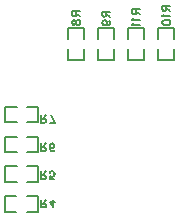
<source format=gbo>
G04 Layer: BottomSilkscreenLayer*
G04 EasyEDA Pro v2.2.27.1, 2024-09-16 12:01:29*
G04 Gerber Generator version 0.3*
G04 Scale: 100 percent, Rotated: No, Reflected: No*
G04 Dimensions in millimeters*
G04 Leading zeros omitted, absolute positions, 3 integers and 5 decimals*
%FSLAX35Y35*%
%MOMM*%
%ADD10C,0.1524*%
G75*


G04 Text Start*
G54D10*
G01X3061970Y-2163155D02*
G01X3061970Y-2098131D01*
G01X3061970Y-2163155D02*
G01X3089910Y-2163155D01*
G01X3099054Y-2160107D01*
G01X3102102Y-2157059D01*
G01X3105404Y-2150709D01*
G01X3105404Y-2144613D01*
G01X3102102Y-2138517D01*
G01X3099054Y-2135469D01*
G01X3089910Y-2132167D01*
G01X3061970Y-2132167D01*
G01X3083560Y-2132167D02*
G01X3105404Y-2098131D01*
G01X3166364Y-2163155D02*
G01X3135630Y-2119975D01*
G01X3181858Y-2119975D01*
G01X3166364Y-2163155D02*
G01X3166364Y-2098131D01*
G01X3061970Y-1924365D02*
G01X3061970Y-1859341D01*
G01X3061970Y-1924365D02*
G01X3089910Y-1924365D01*
G01X3099054Y-1921317D01*
G01X3102102Y-1918269D01*
G01X3105404Y-1911919D01*
G01X3105404Y-1905823D01*
G01X3102102Y-1899727D01*
G01X3099054Y-1896679D01*
G01X3089910Y-1893377D01*
G01X3061970Y-1893377D01*
G01X3083560Y-1893377D02*
G01X3105404Y-1859341D01*
G01X3172714Y-1924365D02*
G01X3141726Y-1924365D01*
G01X3138678Y-1896679D01*
G01X3141726Y-1899727D01*
G01X3150870Y-1902775D01*
G01X3160268Y-1902775D01*
G01X3169666Y-1899727D01*
G01X3175762Y-1893377D01*
G01X3178810Y-1884233D01*
G01X3178810Y-1877883D01*
G01X3175762Y-1868739D01*
G01X3169666Y-1862389D01*
G01X3160268Y-1859341D01*
G01X3150870Y-1859341D01*
G01X3141726Y-1862389D01*
G01X3138678Y-1865691D01*
G01X3135630Y-1871787D01*
G01X3061970Y-1685574D02*
G01X3061970Y-1620550D01*
G01X3061970Y-1685574D02*
G01X3089910Y-1685574D01*
G01X3099054Y-1682526D01*
G01X3102102Y-1679478D01*
G01X3105404Y-1673128D01*
G01X3105404Y-1667032D01*
G01X3102102Y-1660936D01*
G01X3099054Y-1657888D01*
G01X3089910Y-1654586D01*
G01X3061970Y-1654586D01*
G01X3083560Y-1654586D02*
G01X3105404Y-1620550D01*
G01X3172714Y-1676430D02*
G01X3169666Y-1682526D01*
G01X3160268Y-1685574D01*
G01X3154172Y-1685574D01*
G01X3144774Y-1682526D01*
G01X3138678Y-1673128D01*
G01X3135630Y-1657888D01*
G01X3135630Y-1642394D01*
G01X3138678Y-1629948D01*
G01X3144774Y-1623598D01*
G01X3154172Y-1620550D01*
G01X3157220Y-1620550D01*
G01X3166364Y-1623598D01*
G01X3172714Y-1629948D01*
G01X3175762Y-1639092D01*
G01X3175762Y-1642394D01*
G01X3172714Y-1651538D01*
G01X3166364Y-1657888D01*
G01X3157220Y-1660936D01*
G01X3154172Y-1660936D01*
G01X3144774Y-1657888D01*
G01X3138678Y-1651538D01*
G01X3135630Y-1642394D01*
G01X3061970Y-1446784D02*
G01X3061970Y-1381760D01*
G01X3061970Y-1446784D02*
G01X3089910Y-1446784D01*
G01X3099054Y-1443736D01*
G01X3102102Y-1440688D01*
G01X3105404Y-1434338D01*
G01X3105404Y-1428242D01*
G01X3102102Y-1422146D01*
G01X3099054Y-1419098D01*
G01X3089910Y-1415796D01*
G01X3061970Y-1415796D01*
G01X3083560Y-1415796D02*
G01X3105404Y-1381760D01*
G01X3178810Y-1446784D02*
G01X3147822Y-1381760D01*
G01X3135630Y-1446784D02*
G01X3178810Y-1446784D01*
G01X3328416Y-503936D02*
G01X3393440Y-503936D01*
G01X3328416Y-503936D02*
G01X3328416Y-531876D01*
G01X3331464Y-541020D01*
G01X3334512Y-544068D01*
G01X3340862Y-547370D01*
G01X3346958Y-547370D01*
G01X3353054Y-544068D01*
G01X3356102Y-541020D01*
G01X3359404Y-531876D01*
G01X3359404Y-503936D01*
G01X3359404Y-525526D02*
G01X3393440Y-547370D01*
G01X3328416Y-592836D02*
G01X3331464Y-583692D01*
G01X3337560Y-580644D01*
G01X3343910Y-580644D01*
G01X3350006Y-583692D01*
G01X3353054Y-589788D01*
G01X3356102Y-602234D01*
G01X3359404Y-611632D01*
G01X3365500Y-617728D01*
G01X3371596Y-620776D01*
G01X3380994Y-620776D01*
G01X3387090Y-617728D01*
G01X3390392Y-614680D01*
G01X3393440Y-605282D01*
G01X3393440Y-592836D01*
G01X3390392Y-583692D01*
G01X3387090Y-580644D01*
G01X3380994Y-577596D01*
G01X3371596Y-577596D01*
G01X3365500Y-580644D01*
G01X3359404Y-586740D01*
G01X3356102Y-596138D01*
G01X3353054Y-608330D01*
G01X3350006Y-614680D01*
G01X3343910Y-617728D01*
G01X3337560Y-617728D01*
G01X3331464Y-614680D01*
G01X3328416Y-605282D01*
G01X3328416Y-592836D01*
G01X3581931Y-506984D02*
G01X3646955Y-506984D01*
G01X3581931Y-506984D02*
G01X3581931Y-534924D01*
G01X3584979Y-544068D01*
G01X3588027Y-547116D01*
G01X3594377Y-550418D01*
G01X3600473Y-550418D01*
G01X3606569Y-547116D01*
G01X3609617Y-544068D01*
G01X3612919Y-534924D01*
G01X3612919Y-506984D01*
G01X3612919Y-528574D02*
G01X3646955Y-550418D01*
G01X3603521Y-620776D02*
G01X3612919Y-617728D01*
G01X3619015Y-611378D01*
G01X3622063Y-602234D01*
G01X3622063Y-599186D01*
G01X3619015Y-589788D01*
G01X3612919Y-583692D01*
G01X3603521Y-580644D01*
G01X3600473Y-580644D01*
G01X3591075Y-583692D01*
G01X3584979Y-589788D01*
G01X3581931Y-599186D01*
G01X3581931Y-602234D01*
G01X3584979Y-611378D01*
G01X3591075Y-617728D01*
G01X3603521Y-620776D01*
G01X3619015Y-620776D01*
G01X3634509Y-617728D01*
G01X3643907Y-611378D01*
G01X3646955Y-602234D01*
G01X3646955Y-595884D01*
G01X3643907Y-586740D01*
G01X3637557Y-583692D01*
G01X4090416Y-458470D02*
G01X4155440Y-458470D01*
G01X4090416Y-458470D02*
G01X4090416Y-486410D01*
G01X4093464Y-495554D01*
G01X4096512Y-498602D01*
G01X4102862Y-501904D01*
G01X4108958Y-501904D01*
G01X4115054Y-498602D01*
G01X4118102Y-495554D01*
G01X4121404Y-486410D01*
G01X4121404Y-458470D01*
G01X4121404Y-480060D02*
G01X4155440Y-501904D01*
G01X4102862Y-532130D02*
G01X4099560Y-538226D01*
G01X4090416Y-547370D01*
G01X4155440Y-547370D01*
G01X4090416Y-596138D02*
G01X4093464Y-586740D01*
G01X4102862Y-580644D01*
G01X4118102Y-577596D01*
G01X4127500Y-577596D01*
G01X4142994Y-580644D01*
G01X4152392Y-586740D01*
G01X4155440Y-596138D01*
G01X4155440Y-602234D01*
G01X4152392Y-611632D01*
G01X4142994Y-617728D01*
G01X4127500Y-620776D01*
G01X4118102Y-620776D01*
G01X4102862Y-617728D01*
G01X4093464Y-611632D01*
G01X4090416Y-602234D01*
G01X4090416Y-596138D01*
G01X3835931Y-486410D02*
G01X3900955Y-486410D01*
G01X3835931Y-486410D02*
G01X3835931Y-514350D01*
G01X3838979Y-523494D01*
G01X3842027Y-526542D01*
G01X3848377Y-529844D01*
G01X3854473Y-529844D01*
G01X3860569Y-526542D01*
G01X3863617Y-523494D01*
G01X3866919Y-514350D01*
G01X3866919Y-486410D01*
G01X3866919Y-508000D02*
G01X3900955Y-529844D01*
G01X3848377Y-560070D02*
G01X3845075Y-566166D01*
G01X3835931Y-575310D01*
G01X3900955Y-575310D01*
G01X3848377Y-605536D02*
G01X3845075Y-611632D01*
G01X3835931Y-620776D01*
G01X3900955Y-620776D01*
G04 Text End*

G04 PolygonModel Start*
G01X2940738Y-2070125D02*
G01X3036626Y-2070125D01*
G01X3036626Y-2070125D02*
G01X3036626Y-2202246D01*
G01X3036626Y-2202246D02*
G01X2940738Y-2202246D01*
G01X2855496Y-2070125D02*
G01X2759608Y-2070125D01*
G01X2759608Y-2070125D02*
G01X2759608Y-2202246D01*
G01X2759608Y-2202246D02*
G01X2855496Y-2202246D01*
G01X2942466Y-1817731D02*
G01X3038353Y-1817731D01*
G01X3038353Y-1817731D02*
G01X3038353Y-1949852D01*
G01X3038353Y-1949852D02*
G01X2942466Y-1949852D01*
G01X2857223Y-1817731D02*
G01X2761336Y-1817731D01*
G01X2761336Y-1817731D02*
G01X2761336Y-1949852D01*
G01X2761336Y-1949852D02*
G01X2857223Y-1949852D01*
G01X2942466Y-1565338D02*
G01X3038353Y-1565338D01*
G01X3038353Y-1565338D02*
G01X3038353Y-1697458D01*
G01X3038353Y-1697458D02*
G01X2942466Y-1697458D01*
G01X2857223Y-1565338D02*
G01X2761336Y-1565338D01*
G01X2761336Y-1565338D02*
G01X2761336Y-1697458D01*
G01X2761336Y-1697458D02*
G01X2857223Y-1697458D01*
G01X2942466Y-1312944D02*
G01X3038353Y-1312944D01*
G01X3038353Y-1312944D02*
G01X3038353Y-1445064D01*
G01X3038353Y-1445064D02*
G01X2942466Y-1445064D01*
G01X2857223Y-1312944D02*
G01X2761336Y-1312944D01*
G01X2761336Y-1312944D02*
G01X2761336Y-1445064D01*
G01X2761336Y-1445064D02*
G01X2857223Y-1445064D01*
G01X3425210Y-823671D02*
G01X3425210Y-919559D01*
G01X3425210Y-919559D02*
G01X3293090Y-919559D01*
G01X3293090Y-919559D02*
G01X3293090Y-823671D01*
G01X3425210Y-738429D02*
G01X3425210Y-642541D01*
G01X3425210Y-642541D02*
G01X3293090Y-642541D01*
G01X3293090Y-642541D02*
G01X3293090Y-738429D01*
G01X3679210Y-823671D02*
G01X3679210Y-919559D01*
G01X3679210Y-919559D02*
G01X3547090Y-919559D01*
G01X3547090Y-919559D02*
G01X3547090Y-823671D01*
G01X3679210Y-738429D02*
G01X3679210Y-642541D01*
G01X3679210Y-642541D02*
G01X3547090Y-642541D01*
G01X3547090Y-642541D02*
G01X3547090Y-738429D01*
G01X4187210Y-823671D02*
G01X4187210Y-919559D01*
G01X4187210Y-919559D02*
G01X4055090Y-919559D01*
G01X4055090Y-919559D02*
G01X4055090Y-823671D01*
G01X4187210Y-738429D02*
G01X4187210Y-642541D01*
G01X4187210Y-642541D02*
G01X4055090Y-642541D01*
G01X4055090Y-642541D02*
G01X4055090Y-738429D01*
G01X3933210Y-823671D02*
G01X3933210Y-919559D01*
G01X3933210Y-919559D02*
G01X3801090Y-919559D01*
G01X3801090Y-919559D02*
G01X3801090Y-823671D01*
G01X3933210Y-738429D02*
G01X3933210Y-642541D01*
G01X3933210Y-642541D02*
G01X3801090Y-642541D01*
G01X3801090Y-642541D02*
G01X3801090Y-738429D01*

M02*


</source>
